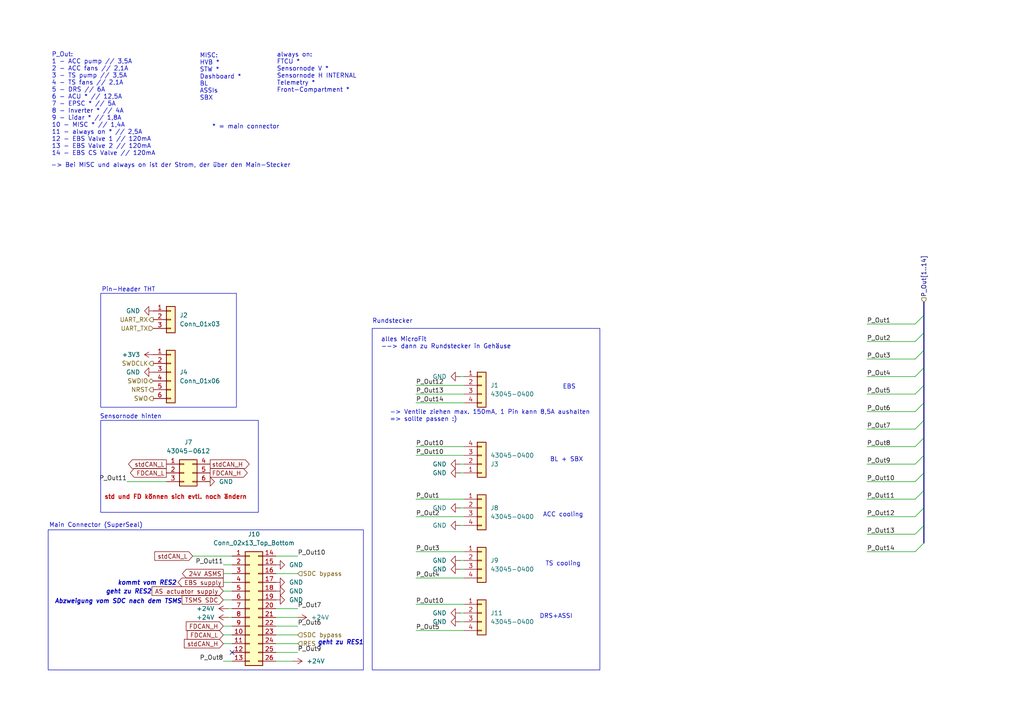
<source format=kicad_sch>
(kicad_sch (version 20231120) (generator "eeschema") (generator_version "8.0")
  (paper "A4")
  (title_block (title "PDU FT25") (date "2025-01-06") (rev "V1.1") (company "Janek Herm") (comment 1 "FaSTTUBe Electronics"))
  (lib_symbols
    (symbol "Connector_Generic:Conn_01x03" (pin_names (offset 1.016) hide)
      (property "Reference" "J" (at 0 5.08 0))
      (property "Value" "Conn_01x03" (at 0 -5.08 0))
      (symbol "Conn_01x03_1_1"
        (rectangle (start -1.27 -2.413) (end 0 -2.667) (stroke (width 0.1524)))
        (rectangle (start -1.27 0.127) (end 0 -0.127) (stroke (width 0.1524)))
        (rectangle (start -1.27 2.667) (end 0 2.413) (stroke (width 0.1524)))
        (rectangle (start -1.27 3.81) (end 1.27 -3.81) (stroke (width 0.254)) (fill (type background)))
        (pin passive line (at -5.08 2.54 0) (length 3.81) (name "Pin_1") (number "1"))
        (pin passive line (at -5.08 0 0) (length 3.81) (name "Pin_2") (number "2"))
        (pin passive line (at -5.08 -2.54 0) (length 3.81) (name "Pin_3") (number "3"))
      )
    )
    (symbol "Connector_Generic:Conn_01x04" (pin_names (offset 1.016) hide)
      (property "Reference" "J" (at 0 5.08 0))
      (property "Value" "Conn_01x04" (at 0 -7.62 0))
      (symbol "Conn_01x04_1_1"
        (rectangle (start -1.27 -4.953) (end 0 -5.207) (stroke (width 0.1524)))
        (rectangle (start -1.27 -2.413) (end 0 -2.667) (stroke (width 0.1524)))
        (rectangle (start -1.27 0.127) (end 0 -0.127) (stroke (width 0.1524)))
        (rectangle (start -1.27 2.667) (end 0 2.413) (stroke (width 0.1524)))
        (rectangle (start -1.27 3.81) (end 1.27 -6.35) (stroke (width 0.254)) (fill (type background)))
        (pin passive line (at -5.08 2.54 0) (length 3.81) (name "Pin_1") (number "1"))
        (pin passive line (at -5.08 0 0) (length 3.81) (name "Pin_2") (number "2"))
        (pin passive line (at -5.08 -2.54 0) (length 3.81) (name "Pin_3") (number "3"))
        (pin passive line (at -5.08 -5.08 0) (length 3.81) (name "Pin_4") (number "4"))
      )
    )
    (symbol "Connector_Generic:Conn_01x06" (pin_names (offset 1.016) hide)
      (property "Reference" "J" (at 0 7.62 0))
      (property "Value" "Conn_01x06" (at 0 -10.16 0))
      (symbol "Conn_01x06_1_1"
        (rectangle (start -1.27 -7.493) (end 0 -7.747) (stroke (width 0.1524)))
        (rectangle (start -1.27 -4.953) (end 0 -5.207) (stroke (width 0.1524)))
        (rectangle (start -1.27 -2.413) (end 0 -2.667) (stroke (width 0.1524)))
        (rectangle (start -1.27 0.127) (end 0 -0.127) (stroke (width 0.1524)))
        (rectangle (start -1.27 2.667) (end 0 2.413) (stroke (width 0.1524)))
        (rectangle (start -1.27 5.207) (end 0 4.953) (stroke (width 0.1524)))
        (rectangle (start -1.27 6.35) (end 1.27 -8.89) (stroke (width 0.254)) (fill (type background)))
        (pin passive line (at -5.08 5.08 0) (length 3.81) (name "Pin_1") (number "1"))
        (pin passive line (at -5.08 2.54 0) (length 3.81) (name "Pin_2") (number "2"))
        (pin passive line (at -5.08 0 0) (length 3.81) (name "Pin_3") (number "3"))
        (pin passive line (at -5.08 -2.54 0) (length 3.81) (name "Pin_4") (number "4"))
        (pin passive line (at -5.08 -5.08 0) (length 3.81) (name "Pin_5") (number "5"))
        (pin passive line (at -5.08 -7.62 0) (length 3.81) (name "Pin_6") (number "6"))
      )
    )
    (symbol "Connector_Generic:Conn_02x03_Top_Bottom" (pin_names (offset 1.016) hide)
      (property "Reference" "J" (at 1.27 5.08 0))
      (property "Value" "Conn_02x03_Top_Bottom" (at 1.27 -5.08 0))
      (symbol "Conn_02x03_Top_Bottom_1_1"
        (rectangle (start -1.27 -2.413) (end 0 -2.667) (stroke (width 0.1524)))
        (rectangle (start -1.27 0.127) (end 0 -0.127) (stroke (width 0.1524)))
        (rectangle (start -1.27 2.667) (end 0 2.413) (stroke (width 0.1524)))
        (rectangle (start -1.27 3.81) (end 3.81 -3.81) (stroke (width 0.254)) (fill (type background)))
        (rectangle (start 3.81 -2.413) (end 2.54 -2.667) (stroke (width 0.1524)))
        (rectangle (start 3.81 0.127) (end 2.54 -0.127) (stroke (width 0.1524)))
        (rectangle (start 3.81 2.667) (end 2.54 2.413) (stroke (width 0.1524)))
        (pin passive line (at -5.08 2.54 0) (length 3.81) (name "Pin_1") (number "1"))
        (pin passive line (at -5.08 0 0) (length 3.81) (name "Pin_2") (number "2"))
        (pin passive line (at -5.08 -2.54 0) (length 3.81) (name "Pin_3") (number "3"))
        (pin passive line (at 7.62 2.54 180) (length 3.81) (name "Pin_4") (number "4"))
        (pin passive line (at 7.62 0 180) (length 3.81) (name "Pin_5") (number "5"))
        (pin passive line (at 7.62 -2.54 180) (length 3.81) (name "Pin_6") (number "6"))
      )
    )
    (symbol "Connector_Generic:Conn_02x13_Top_Bottom" (pin_names (offset 1.016) hide)
      (property "Reference" "J" (at 1.27 17.78 0))
      (property "Value" "Conn_02x13_Top_Bottom" (at 1.27 -17.78 0))
      (symbol "Conn_02x13_Top_Bottom_1_1"
        (rectangle (start -1.27 -15.113) (end 0 -15.367) (stroke (width 0.1524)))
        (rectangle (start -1.27 -12.573) (end 0 -12.827) (stroke (width 0.1524)))
        (rectangle (start -1.27 -10.033) (end 0 -10.287) (stroke (width 0.1524)))
        (rectangle (start -1.27 -7.493) (end 0 -7.747) (stroke (width 0.1524)))
        (rectangle (start -1.27 -4.953) (end 0 -5.207) (stroke (width 0.1524)))
        (rectangle (start -1.27 -2.413) (end 0 -2.667) (stroke (width 0.1524)))
        (rectangle (start -1.27 0.127) (end 0 -0.127) (stroke (width 0.1524)))
        (rectangle (start -1.27 2.667) (end 0 2.413) (stroke (width 0.1524)))
        (rectangle (start -1.27 5.207) (end 0 4.953) (stroke (width 0.1524)))
        (rectangle (start -1.27 7.747) (end 0 7.493) (stroke (width 0.1524)))
        (rectangle (start -1.27 10.287) (end 0 10.033) (stroke (width 0.1524)))
        (rectangle (start -1.27 12.827) (end 0 12.573) (stroke (width 0.1524)))
        (rectangle (start -1.27 15.367) (end 0 15.113) (stroke (width 0.1524)))
        (rectangle (start -1.27 16.51) (end 3.81 -16.51) (stroke (width 0.254)) (fill (type background)))
        (rectangle (start 3.81 -15.113) (end 2.54 -15.367) (stroke (width 0.1524)))
        (rectangle (start 3.81 -12.573) (end 2.54 -12.827) (stroke (width 0.1524)))
        (rectangle (start 3.81 -10.033) (end 2.54 -10.287) (stroke (width 0.1524)))
        (rectangle (start 3.81 -7.493) (end 2.54 -7.747) (stroke (width 0.1524)))
        (rectangle (start 3.81 -4.953) (end 2.54 -5.207) (stroke (width 0.1524)))
        (rectangle (start 3.81 -2.413) (end 2.54 -2.667) (stroke (width 0.1524)))
        (rectangle (start 3.81 0.127) (end 2.54 -0.127) (stroke (width 0.1524)))
        (rectangle (start 3.81 2.667) (end 2.54 2.413) (stroke (width 0.1524)))
        (rectangle (start 3.81 5.207) (end 2.54 4.953) (stroke (width 0.1524)))
        (rectangle (start 3.81 7.747) (end 2.54 7.493) (stroke (width 0.1524)))
        (rectangle (start 3.81 10.287) (end 2.54 10.033) (stroke (width 0.1524)))
        (rectangle (start 3.81 12.827) (end 2.54 12.573) (stroke (width 0.1524)))
        (rectangle (start 3.81 15.367) (end 2.54 15.113) (stroke (width 0.1524)))
        (pin passive line (at -5.08 15.24 0) (length 3.81) (name "Pin_1") (number "1"))
        (pin passive line (at -5.08 -7.62 0) (length 3.81) (name "Pin_10") (number "10"))
        (pin passive line (at -5.08 -10.16 0) (length 3.81) (name "Pin_11") (number "11"))
        (pin passive line (at -5.08 -12.7 0) (length 3.81) (name "Pin_12") (number "12"))
        (pin passive line (at -5.08 -15.24 0) (length 3.81) (name "Pin_13") (number "13"))
        (pin passive line (at 7.62 15.24 180) (length 3.81) (name "Pin_14") (number "14"))
        (pin passive line (at 7.62 12.7 180) (length 3.81) (name "Pin_15") (number "15"))
        (pin passive line (at 7.62 10.16 180) (length 3.81) (name "Pin_16") (number "16"))
        (pin passive line (at 7.62 7.62 180) (length 3.81) (name "Pin_17") (number "17"))
        (pin passive line (at 7.62 5.08 180) (length 3.81) (name "Pin_18") (number "18"))
        (pin passive line (at 7.62 2.54 180) (length 3.81) (name "Pin_19") (number "19"))
        (pin passive line (at -5.08 12.7 0) (length 3.81) (name "Pin_2") (number "2"))
        (pin passive line (at 7.62 0 180) (length 3.81) (name "Pin_20") (number "20"))
        (pin passive line (at 7.62 -2.54 180) (length 3.81) (name "Pin_21") (number "21"))
        (pin passive line (at 7.62 -5.08 180) (length 3.81) (name "Pin_22") (number "22"))
        (pin passive line (at 7.62 -7.62 180) (length 3.81) (name "Pin_23") (number "23"))
        (pin passive line (at 7.62 -10.16 180) (length 3.81) (name "Pin_24") (number "24"))
        (pin passive line (at 7.62 -12.7 180) (length 3.81) (name "Pin_25") (number "25"))
        (pin passive line (at 7.62 -15.24 180) (length 3.81) (name "Pin_26") (number "26"))
        (pin passive line (at -5.08 10.16 0) (length 3.81) (name "Pin_3") (number "3"))
        (pin passive line (at -5.08 7.62 0) (length 3.81) (name "Pin_4") (number "4"))
        (pin passive line (at -5.08 5.08 0) (length 3.81) (name "Pin_5") (number "5"))
        (pin passive line (at -5.08 2.54 0) (length 3.81) (name "Pin_6") (number "6"))
        (pin passive line (at -5.08 0 0) (length 3.81) (name "Pin_7") (number "7"))
        (pin passive line (at -5.08 -2.54 0) (length 3.81) (name "Pin_8") (number "8"))
        (pin passive line (at -5.08 -5.08 0) (length 3.81) (name "Pin_9") (number "9"))
      )
    )
    (symbol "power:+24V" (power) (pin_numbers hide) (pin_names (offset 0) hide)
      (property "Value" "+24V" (at 0 3.556 0))
      (symbol "+24V_0_1"
        (polyline (pts (xy -0.762 1.27) (xy 0 2.54)))
        (polyline (pts (xy 0 0) (xy 0 2.54)))
        (polyline (pts (xy 0 2.54) (xy 0.762 1.27)))
      )
      (symbol "+24V_1_1"
        (pin power_in line (at 0 0 90) (length 0) (name "~") (number "1"))
      )
    )
    (symbol "power:+3.3V" (power) (pin_numbers hide) (pin_names (offset 0) hide)
      (property "Value" "+3.3V" (at 0 3.556 0))
      (symbol "+3.3V_0_1"
        (polyline (pts (xy -0.762 1.27) (xy 0 2.54)))
        (polyline (pts (xy 0 0) (xy 0 2.54)))
        (polyline (pts (xy 0 2.54) (xy 0.762 1.27)))
      )
      (symbol "+3.3V_1_1"
        (pin power_in line (at 0 0 90) (length 0) (name "~") (number "1"))
      )
    )
    (symbol "power:GND" (power) (pin_numbers hide) (pin_names (offset 0) hide)
      (property "Value" "GND" (at 0 -3.81 0))
      (symbol "GND_0_1"
        (polyline (pts (xy 0 0) (xy 0 -1.27) (xy 1.27 -1.27) (xy 0 -2.54) (xy -1.27 -1.27) (xy 0 -1.27)))
      )
      (symbol "GND_1_1"
        (pin power_in line (at 0 0 270) (length 0) (name "~") (number "1"))
      )
    )
  )
  (no_connect (at 67.31 189.23))
  (bus_entry (at 265.43 109.22) (size 2.54 -2.54))
  (bus_entry (at 265.43 99.06) (size 2.54 -2.54))
  (bus_entry (at 265.43 160.02) (size 2.54 -2.54))
  (bus_entry (at 265.43 129.54) (size 2.54 -2.54))
  (bus_entry (at 265.43 134.62) (size 2.54 -2.54))
  (bus_entry (at 265.43 119.38) (size 2.54 -2.54))
  (bus_entry (at 265.43 93.98) (size 2.54 -2.54))
  (bus_entry (at 265.43 114.3) (size 2.54 -2.54))
  (bus_entry (at 265.43 139.7) (size 2.54 -2.54))
  (bus_entry (at 265.43 149.86) (size 2.54 -2.54))
  (bus_entry (at 265.43 104.14) (size 2.54 -2.54))
  (bus_entry (at 265.43 144.78) (size 2.54 -2.54))
  (bus_entry (at 265.43 154.94) (size 2.54 -2.54))
  (bus_entry (at 265.43 124.46) (size 2.54 -2.54))
  (wire (pts (xy 251.46 149.86) (xy 265.43 149.86)))
  (wire (pts (xy 80.01 161.29) (xy 86.36 161.29)))
  (wire (pts (xy 120.65 149.86) (xy 134.62 149.86)))
  (bus (pts (xy 267.97 142.24) (xy 267.97 147.32)))
  (bus (pts (xy 267.97 121.92) (xy 267.97 127)))
  (wire (pts (xy 120.65 114.3) (xy 134.62 114.3)))
  (wire (pts (xy 251.46 154.94) (xy 265.43 154.94)))
  (wire (pts (xy 85.09 191.77) (xy 80.01 191.77)))
  (wire (pts (xy 64.77 173.99) (xy 67.31 173.99)))
  (wire (pts (xy 120.65 116.84) (xy 134.62 116.84)))
  (bus (pts (xy 267.97 127) (xy 267.97 132.08)))
  (wire (pts (xy 120.65 167.64) (xy 134.62 167.64)))
  (wire (pts (xy 251.46 134.62) (xy 265.43 134.62)))
  (wire (pts (xy 55.88 161.29) (xy 67.31 161.29)))
  (wire (pts (xy 67.31 171.45) (xy 64.77 171.45)))
  (wire (pts (xy 251.46 160.02) (xy 265.43 160.02)))
  (bus (pts (xy 267.97 147.32) (xy 267.97 152.4)))
  (wire (pts (xy 67.31 163.83) (xy 64.77 163.83)))
  (wire (pts (xy 251.46 129.54) (xy 265.43 129.54)))
  (bus (pts (xy 267.97 116.84) (xy 267.97 121.92)))
  (wire (pts (xy 251.46 139.7) (xy 265.43 139.7)))
  (wire (pts (xy 251.46 119.38) (xy 265.43 119.38)))
  (wire (pts (xy 251.46 114.3) (xy 265.43 114.3)))
  (wire (pts (xy 133.35 165.1) (xy 134.62 165.1)))
  (wire (pts (xy 86.36 179.07) (xy 80.01 179.07)))
  (bus (pts (xy 267.97 101.6) (xy 267.97 106.68)))
  (wire (pts (xy 251.46 99.06) (xy 265.43 99.06)))
  (wire (pts (xy 251.46 124.46) (xy 265.43 124.46)))
  (bus (pts (xy 267.97 137.16) (xy 267.97 142.24)))
  (bus (pts (xy 267.97 111.76) (xy 267.97 116.84)))
  (wire (pts (xy 133.35 134.62) (xy 134.62 134.62)))
  (wire (pts (xy 80.01 184.15) (xy 86.36 184.15)))
  (wire (pts (xy 133.35 162.56) (xy 134.62 162.56)))
  (wire (pts (xy 120.65 144.78) (xy 134.62 144.78)))
  (wire (pts (xy 251.46 109.22) (xy 265.43 109.22)))
  (wire (pts (xy 120.65 175.26) (xy 134.62 175.26)))
  (wire (pts (xy 66.04 176.53) (xy 67.31 176.53)))
  (wire (pts (xy 67.31 191.77) (xy 64.77 191.77)))
  (wire (pts (xy 64.77 168.91) (xy 67.31 168.91)))
  (bus (pts (xy 267.97 87.63) (xy 267.97 91.44)))
  (bus (pts (xy 267.97 152.4) (xy 267.97 157.48)))
  (bus (pts (xy 267.97 91.44) (xy 267.97 96.52)))
  (wire (pts (xy 251.46 104.14) (xy 265.43 104.14)))
  (wire (pts (xy 133.35 177.8) (xy 134.62 177.8)))
  (wire (pts (xy 134.62 132.08) (xy 120.65 132.08)))
  (wire (pts (xy 80.01 176.53) (xy 86.36 176.53)))
  (bus (pts (xy 267.97 96.52) (xy 267.97 101.6)))
  (wire (pts (xy 133.35 180.34) (xy 134.62 180.34)))
  (wire (pts (xy 36.83 139.7) (xy 48.26 139.7)))
  (wire (pts (xy 133.35 152.4) (xy 134.62 152.4)))
  (wire (pts (xy 64.77 166.37) (xy 67.31 166.37)))
  (wire (pts (xy 64.77 186.69) (xy 67.31 186.69)))
  (wire (pts (xy 80.01 181.61) (xy 86.36 181.61)))
  (bus (pts (xy 267.97 106.68) (xy 267.97 111.76)))
  (wire (pts (xy 251.46 144.78) (xy 265.43 144.78)))
  (wire (pts (xy 66.04 179.07) (xy 67.31 179.07)))
  (wire (pts (xy 80.01 189.23) (xy 86.36 189.23)))
  (wire (pts (xy 64.77 184.15) (xy 67.31 184.15)))
  (wire (pts (xy 80.01 166.37) (xy 86.36 166.37)))
  (wire (pts (xy 120.65 129.54) (xy 134.62 129.54)))
  (bus (pts (xy 267.97 132.08) (xy 267.97 137.16)))
  (wire (pts (xy 120.65 182.88) (xy 134.62 182.88)))
  (wire (pts (xy 133.35 109.22) (xy 134.62 109.22)))
  (wire (pts (xy 133.35 137.16) (xy 134.62 137.16)))
  (wire (pts (xy 251.46 93.98) (xy 265.43 93.98)))
  (wire (pts (xy 80.01 186.69) (xy 86.36 186.69)))
  (wire (pts (xy 120.65 111.76) (xy 134.62 111.76)))
  (wire (pts (xy 120.65 160.02) (xy 134.62 160.02)))
  (wire (pts (xy 133.35 147.32) (xy 134.62 147.32)))
  (wire (pts (xy 64.77 181.61) (xy 67.31 181.61)))
  (wire (pts (xy 59.69 139.7) (xy 60.96 139.7)))
  (rectangle (start 29.21 85.09) (end 68.58 118.11))
  (rectangle (start 107.95 95.25) (end 173.99 194.31))
  (rectangle (start 13.97 153.67) (end 105.41 194.31))
  (rectangle (start 29.21 121.92) (end 74.93 148.59))
  (text "* = main connector" (at 61.468 36.83 0) (effects (font (size 1.27 1.27)) (justify left)))
  (text "DRS+ASSI" (at 161.29 178.816 0) (effects (font (size 1.27 1.27))))
  (text "Pin-Header THT" (at 29.464 84.074 0) (effects (font (size 1.27 1.27)) (justify left)))
  (text "kommt vom RES2" (at 42.672 169.164 0) (effects (font (size 1.27 1.27) (thickness 0.254) (bold yes) (italic yes))))
  (text "Abzweigung vom SDC nach dem TSMS" (at 34.29 174.498 0) (effects (font (size 1.27 1.27) (thickness 0.254) (bold yes) (italic yes))))
  (text "alles MicroFit\n--> dann zu Rundstecker in Gehäuse" (at 110.49 99.568 0) (effects (font (size 1.27 1.27) (thickness 0.1588)) (justify left)))
  (text "Sensornode hinten" (at 28.956 120.904 0) (effects (font (size 1.27 1.27)) (justify left)))
  (text "Rundstecker" (at 107.95 93.218 0) (effects (font (size 1.27 1.27)) (justify left)))
  (text "Main Connector (SuperSeal)" (at 14.224 152.4 0) (effects (font (size 1.27 1.27)) (justify left)))
  (text "-> Ventile ziehen max. 150mA, 1 Pin kann 8,5A aushalten \n=> sollte passen :)" (at 113.03 120.65 0) (effects (font (size 1.27 1.27)) (justify left)))
  (text "EBS" (at 165.1 112.268 0) (effects (font (size 1.27 1.27))))
  (text "MISC:\nHVB *\nSTW *\nDashboard *\nBL\nASSIs\nSBX" (at 57.912 22.352 0) (effects (font (size 1.27 1.27)) (justify left)))
  (text "-> Bei MISC und always on ist der Strom, der über den Main-Stecker" (at 49.53 48.006 0) (effects (font (size 1.27 1.27))))
  (text "TS cooling" (at 163.322 163.576 0) (effects (font (size 1.27 1.27))))
  (text "std und FD können sich evtl. noch ändern" (at 30.226 144.272 0) (effects (font (size 1.27 1.27) (thickness 0.254) (bold yes)) (justify left)))
  (text "geht zu RES2" (at 37.338 171.704 0) (effects (font (size 1.27 1.27) (thickness 0.254) (bold yes) (italic yes))))
  (text "P_Out:\n1 - ACC pump // 3,5A\n2 - ACC fans // 2,1A\n3 - TS pump // 3,5A\n4 - TS fans // 2,1A\n5 - DRS // 6A\n6 - ACU * // 12,5A\n7 - EPSC * // 5A\n8 - Inverter * // 4A\n9 - Lidar * // 1,8A\n10 - MISC * // 1,4A\n11 - always on * // 2,5A\n12 - EBS Valve 1 // 120mA\n13 - EBS Valve 2 // 120mA\n14 - EBS CS Valve // 120mA" (at 14.986 30.226 0) (effects (font (size 1.27 1.27)) (justify left)))
  (text "BL + SBX" (at 164.338 133.35 0) (effects (font (size 1.27 1.27))))
  (text "geht zu RES1" (at 98.806 186.436 0) (effects (font (size 1.27 1.27) (thickness 0.254) (bold yes) (italic yes))))
  (text "ACC cooling" (at 163.322 149.352 0) (effects (font (size 1.27 1.27))))
  (text "always on:\nFTCU *\nSensornode V *\nSensornode H INTERNAL\nTelemetry * \nFront-Compartment *" (at 80.264 21.082 0) (effects (font (size 1.27 1.27)) (justify left)))
  (label "P_Out10" (at 251.46 139.7 0))
  (label "P_Out7" (at 86.36 176.53 0))
  (label "P_Out3" (at 251.46 104.14 0))
  (label "P_Out1" (at 251.46 93.98 0))
  (label "P_Out8" (at 251.46 129.54 0))
  (label "P_Out13" (at 251.46 154.94 0))
  (label "P_Out5" (at 120.65 182.88 0))
  (label "P_Out1" (at 120.65 144.78 0))
  (label "P_Out10" (at 86.36 161.29 0))
  (label "P_Out9" (at 251.46 134.62 0))
  (label "P_Out10" (at 120.65 129.54 0))
  (label "P_Out11" (at 251.46 144.78 0))
  (label "P_Out5" (at 251.46 114.3 0))
  (label "P_Out9" (at 86.36 189.23 0))
  (label "P_Out12" (at 251.46 149.86 0))
  (label "P_Out2" (at 251.46 99.06 0))
  (label "P_Out12" (at 120.65 111.76 0))
  (label "P_Out11" (at 36.83 139.7 180))
  (label "P_Out8" (at 64.77 191.77 180))
  (label "P_Out11" (at 64.77 163.83 180))
  (label "P_Out14" (at 120.65 116.84 0))
  (label "P_Out4" (at 120.65 167.64 0))
  (label "P_Out6" (at 86.36 181.61 0))
  (label "P_Out7" (at 251.46 124.46 0))
  (label "P_Out2" (at 120.65 149.86 0))
  (label "P_Out10" (at 120.65 132.08 0))
  (label "P_Out10" (at 120.65 175.26 0))
  (label "P_Out3" (at 120.65 160.02 0))
  (label "P_Out13" (at 120.65 114.3 0))
  (label "P_Out14" (at 251.46 160.02 0))
  (label "P_Out4" (at 251.46 109.22 0))
  (label "P_Out6" (at 251.46 119.38 0))
  (global_label "TSMS SDC" (shape input) (at 64.77 173.99 180) (property "Intersheetrefs" "${INTERSHEET_REFS}" (effects (hide yes))))
  (global_label "stdCAN_H" (shape output) (at 60.96 134.62 0) (property "Intersheetrefs" "${INTERSHEET_REFS}" (effects (hide yes))))
  (global_label "FDCAN_H" (shape output) (at 60.96 137.16 0) (property "Intersheetrefs" "${INTERSHEET_REFS}" (effects (hide yes))))
  (global_label "stdCAN_L" (shape input) (at 55.88 161.29 180) (property "Intersheetrefs" "${INTERSHEET_REFS}" (effects (hide yes))))
  (global_label "FDCAN_L" (shape output) (at 48.26 137.16 180) (property "Intersheetrefs" "${INTERSHEET_REFS}" (effects (hide yes))))
  (global_label "FDCAN_L" (shape input) (at 64.77 184.15 180) (property "Intersheetrefs" "${INTERSHEET_REFS}" (effects (hide yes))))
  (global_label "stdCAN_H" (shape input) (at 64.77 186.69 180) (property "Intersheetrefs" "${INTERSHEET_REFS}" (effects (hide yes))))
  (global_label "EBS supply" (shape output) (at 64.77 168.91 180) (property "Intersheetrefs" "${INTERSHEET_REFS}" (effects (hide yes))))
  (global_label "24V ASMS" (shape output) (at 64.77 166.37 180) (property "Intersheetrefs" "${INTERSHEET_REFS}" (effects (hide yes))))
  (global_label "stdCAN_L" (shape output) (at 48.26 134.62 180) (property "Intersheetrefs" "${INTERSHEET_REFS}" (effects (hide yes))))
  (global_label "FDCAN_H" (shape input) (at 64.77 181.61 180) (property "Intersheetrefs" "${INTERSHEET_REFS}" (effects (hide yes))))
  (global_label "AS actuator supply" (shape input) (at 64.77 171.45 180) (property "Intersheetrefs" "${INTERSHEET_REFS}" (effects (hide yes))))
  (hierarchical_label "P_Out[1..14]" (shape input) (at 267.97 87.63 90) (effects (font (thickness 0.1588))))
  (hierarchical_label "SWDIO" (shape bidirectional) (at 44.45 110.49 180) (effects (font (thickness 0.1588))))
  (hierarchical_label "SWO" (shape output) (at 44.45 115.57 180))
  (hierarchical_label "RES" (shape input) (at 86.36 186.69 0))
  (hierarchical_label "UART_TX" (shape input) (at 44.45 95.25 180))
  (hierarchical_label "SDC bypass" (shape input) (at 86.36 166.37 0))
  (hierarchical_label "NRST" (shape output) (at 44.45 113.03 180) (effects (font (thickness 0.1588))))
  (hierarchical_label "SWDCLK" (shape output) (at 44.45 105.41 180))
  (hierarchical_label "UART_RX" (shape output) (at 44.45 92.71 180))
  (hierarchical_label "SDC bypass" (shape input) (at 86.36 184.15 0))
  (symbol (lib_id "Connector_Generic:Conn_01x04") (at 139.7 111.76 0) (unit 1)
    (property "Reference" "J1" (at 142.24 111.7599 0) (effects (justify left)))
    (property "Value" "43045-0400" (at 142.24 114.2999 0) (effects (justify left)))
    (property "Footprint" "43045-0400:43045-04_00,01,02,10_" (effects (hide yes)))
    (property "Description" "Generic connector, single row, 01x04, script generated (kicad-library-utils/schlib/autogen/connector/)" (effects (hide yes)))
  )
  (symbol (lib_id "power:GND") (at 133.35 177.8 270) (mirror x) (unit 1)
    (property "Reference" "#PWR0215" (effects (hide yes)))
    (property "Value" "GND" (at 129.54 177.7999 90) (effects (justify right)))
    (property "Description" "Power symbol creates a global label with name \"GND\" , ground" (effects (hide yes)))
  )
  (symbol (lib_id "power:+3.3V") (at 44.45 102.87 90) (unit 1)
    (property "Reference" "#PWR035" (effects (hide yes)))
    (property "Value" "+3V3" (at 40.64 102.8699 90) (effects (justify left)))
    (property "Description" "Power symbol creates a global label with name \"+3.3V\"" (effects (hide yes)))
  )
  (symbol (lib_id "power:GND") (at 133.35 180.34 270) (unit 1)
    (property "Reference" "#PWR0214" (effects (hide yes)))
    (property "Value" "GND" (at 129.54 180.3401 90) (effects (justify right)))
    (property "Description" "Power symbol creates a global label with name \"GND\" , ground" (effects (hide yes)))
  )
  (symbol (lib_id "power:GND") (at 133.35 134.62 270) (mirror x) (unit 1)
    (property "Reference" "#PWR0221" (effects (hide yes)))
    (property "Value" "GND" (at 129.54 134.6199 90) (effects (justify right)))
    (property "Description" "Power symbol creates a global label with name \"GND\" , ground" (effects (hide yes)))
  )
  (symbol (lib_id "power:+24V") (at 66.04 176.53 90) (mirror x) (unit 1)
    (property "Reference" "#PWR0196" (effects (hide yes)))
    (property "Value" "+24V" (at 62.23 176.5301 90) (effects (justify left)))
    (property "Description" "Power symbol creates a global label with name \"+24V\"" (effects (hide yes)))
  )
  (symbol (lib_id "Connector_Generic:Conn_01x04") (at 139.7 147.32 0) (unit 1)
    (property "Reference" "J8" (at 142.24 147.3199 0) (effects (justify left)))
    (property "Value" "43045-0400" (at 142.24 149.8599 0) (effects (justify left)))
    (property "Footprint" "43045-0400:43045-04_00,01,02,10_" (effects (hide yes)))
    (property "Description" "Generic connector, single row, 01x04, script generated (kicad-library-utils/schlib/autogen/connector/)" (effects (hide yes)))
  )
  (symbol (lib_id "power:GND") (at 80.01 173.99 90) (unit 1)
    (property "Reference" "#PWR045" (effects (hide yes)))
    (property "Value" "GND" (at 83.82 173.9899 90) (effects (justify right)))
    (property "Description" "Power symbol creates a global label with name \"GND\" , ground" (effects (hide yes)))
  )
  (symbol (lib_id "power:GND") (at 44.45 90.17 270) (unit 1)
    (property "Reference" "#PWR034" (effects (hide yes)))
    (property "Value" "GND" (at 40.64 90.1699 90) (effects (justify right)))
    (property "Description" "Power symbol creates a global label with name \"GND\" , ground" (effects (hide yes)))
  )
  (symbol (lib_id "Connector_Generic:Conn_01x04") (at 139.7 134.62 0) (mirror x) (unit 1)
    (property "Reference" "J3" (at 142.24 134.6201 0) (effects (justify left)))
    (property "Value" "43045-0400" (at 142.24 132.0801 0) (effects (justify left)))
    (property "Footprint" "43045-0400:43045-04_00,01,02,10_" (effects (hide yes)))
    (property "Description" "Generic connector, single row, 01x04, script generated (kicad-library-utils/schlib/autogen/connector/)" (effects (hide yes)))
  )
  (symbol (lib_id "power:GND") (at 80.01 171.45 90) (unit 1)
    (property "Reference" "#PWR0213" (effects (hide yes)))
    (property "Value" "GND" (at 83.82 171.4499 90) (effects (justify right)))
    (property "Description" "Power symbol creates a global label with name \"GND\" , ground" (effects (hide yes)))
  )
  (symbol (lib_id "power:GND") (at 133.35 147.32 270) (mirror x) (unit 1)
    (property "Reference" "#PWR0219" (effects (hide yes)))
    (property "Value" "GND" (at 129.54 147.3199 90) (effects (justify right)))
    (property "Description" "Power symbol creates a global label with name \"GND\" , ground" (effects (hide yes)))
  )
  (symbol (lib_id "power:GND") (at 80.01 163.83 90) (mirror x) (unit 1)
    (property "Reference" "#PWR0195" (effects (hide yes)))
    (property "Value" "GND" (at 83.82 163.8301 90) (effects (justify right)))
    (property "Description" "Power symbol creates a global label with name \"GND\" , ground" (effects (hide yes)))
  )
  (symbol (lib_id "Connector_Generic:Conn_01x06") (at 49.53 107.95 0) (unit 1)
    (property "Reference" "J4" (at 52.07 107.9499 0) (effects (justify left)))
    (property "Value" "Conn_01x06" (at 52.07 110.4899 0) (effects (justify left)))
    (property "Footprint" "Connector_PinHeader_2.54mm:PinHeader_1x06_P2.54mm_Vertical" (effects (hide yes)))
    (property "Description" "Generic connector, single row, 01x06, script generated (kicad-library-utils/schlib/autogen/connector/)" (effects (hide yes)))
  )
  (symbol (lib_id "power:+24V") (at 85.09 191.77 270) (unit 1)
    (property "Reference" "#PWR044" (effects (hide yes)))
    (property "Value" "+24V" (at 88.9 191.7701 90) (effects (justify left)))
    (property "Description" "Power symbol creates a global label with name \"+24V\"" (effects (hide yes)))
  )
  (symbol (lib_id "Connector_Generic:Conn_01x04") (at 139.7 177.8 0) (unit 1)
    (property "Reference" "J11" (at 142.24 177.7999 0) (effects (justify left)))
    (property "Value" "43045-0400" (at 142.24 180.3399 0) (effects (justify left)))
    (property "Footprint" "43045-0400:43045-04_00,01,02,10_" (effects (hide yes)))
    (property "Description" "Generic connector, single row, 01x04, script generated (kicad-library-utils/schlib/autogen/connector/)" (effects (hide yes)))
  )
  (symbol (lib_id "power:+24V") (at 66.04 179.07 90) (mirror x) (unit 1)
    (property "Reference" "#PWR0156" (effects (hide yes)))
    (property "Value" "+24V" (at 62.23 179.0701 90) (effects (justify left)))
    (property "Description" "Power symbol creates a global label with name \"+24V\"" (effects (hide yes)))
  )
  (symbol (lib_id "Connector_Generic:Conn_02x13_Top_Bottom") (at 72.39 176.53 0) (unit 1)
    (property "Reference" "J10" (at 73.66 154.94 0))
    (property "Value" "Conn_02x13_Top_Bottom" (at 73.66 157.48 0))
    (property "Footprint" "6437288-4:64372884" (effects (hide yes)))
    (property "Description" "Generic connector, double row, 02x13, top/bottom pin numbering scheme (row 1: 1...pins_per_row, row2: pins_per_row+1 ... num_pins), script generated (kicad-library-utils/schlib/autogen/connector/)" (effects (hide yes)))
  )
  (symbol (lib_id "power:GND") (at 133.35 162.56 270) (mirror x) (unit 1)
    (property "Reference" "#PWR0217" (effects (hide yes)))
    (property "Value" "GND" (at 129.54 162.5599 90) (effects (justify right)))
    (property "Description" "Power symbol creates a global label with name \"GND\" , ground" (effects (hide yes)))
  )
  (symbol (lib_id "power:GND") (at 80.01 168.91 90) (unit 1)
    (property "Reference" "#PWR0205" (effects (hide yes)))
    (property "Value" "GND" (at 83.82 168.9099 90) (effects (justify right)))
    (property "Description" "Power symbol creates a global label with name \"GND\" , ground" (effects (hide yes)))
  )
  (symbol (lib_id "Connector_Generic:Conn_01x04") (at 139.7 162.56 0) (unit 1)
    (property "Reference" "J9" (at 142.24 162.5599 0) (effects (justify left)))
    (property "Value" "43045-0400" (at 142.24 165.0999 0) (effects (justify left)))
    (property "Footprint" "43045-0400:43045-04_00,01,02,10_" (effects (hide yes)))
    (property "Description" "Generic connector, single row, 01x04, script generated (kicad-library-utils/schlib/autogen/connector/)" (effects (hide yes)))
  )
  (symbol (lib_id "power:+24V") (at 86.36 179.07 270) (unit 1)
    (property "Reference" "#PWR0206" (effects (hide yes)))
    (property "Value" "+24V" (at 90.17 179.0701 90) (effects (justify left)))
    (property "Description" "Power symbol creates a global label with name \"+24V\"" (effects (hide yes)))
  )
  (symbol (lib_id "Connector_Generic:Conn_02x03_Top_Bottom") (at 53.34 137.16 0) (unit 1)
    (property "Reference" "J7" (at 54.61 128.27 0))
    (property "Value" "43045-0612" (at 54.61 130.81 0))
    (property "Footprint" "Connector_Molex:Molex_Micro-Fit_3.0_43045-0612_2x03_P3.00mm_Vertical" (effects (hide yes)))
    (property "Description" "Generic connector, double row, 02x03, top/bottom pin numbering scheme (row 1: 1...pins_per_row, row2: pins_per_row+1 ... num_pins), script generated (kicad-library-utils/schlib/autogen/connector/)" (effects (hide yes)))
  )
  (symbol (lib_id "power:GND") (at 133.35 137.16 270) (mirror x) (unit 1)
    (property "Reference" "#PWR0220" (effects (hide yes)))
    (property "Value" "GND" (at 129.54 137.1599 90) (effects (justify right)))
    (property "Description" "Power symbol creates a global label with name \"GND\" , ground" (effects (hide yes)))
  )
  (symbol (lib_id "power:GND") (at 59.69 139.7 90) (unit 1)
    (property "Reference" "#PWR040" (effects (hide yes)))
    (property "Value" "GND" (at 63.5 139.6999 90) (effects (justify right)))
    (property "Description" "Power symbol creates a global label with name \"GND\" , ground" (effects (hide yes)))
  )
  (symbol (lib_id "power:GND") (at 133.35 165.1 270) (mirror x) (unit 1)
    (property "Reference" "#PWR0216" (effects (hide yes)))
    (property "Value" "GND" (at 129.54 165.0999 90) (effects (justify right)))
    (property "Description" "Power symbol creates a global label with name \"GND\" , ground" (effects (hide yes)))
  )
  (symbol (lib_id "Connector_Generic:Conn_01x03") (at 49.53 92.71 0) (unit 1)
    (property "Reference" "J2" (at 52.07 91.4399 0) (effects (justify left)))
    (property "Value" "Conn_01x03" (at 52.07 93.9799 0) (effects (justify left)))
    (property "Footprint" "Connector_PinHeader_2.54mm:PinHeader_1x03_P2.54mm_Vertical" (effects (hide yes)))
    (property "Description" "Generic connector, single row, 01x03, script generated (kicad-library-utils/schlib/autogen/connector/)" (effects (hide yes)))
  )
  (symbol (lib_id "power:GND") (at 44.45 107.95 270) (unit 1)
    (property "Reference" "#PWR037" (effects (hide yes)))
    (property "Value" "GND" (at 40.64 107.9499 90) (effects (justify right)))
    (property "Description" "Power symbol creates a global label with name \"GND\" , ground" (effects (hide yes)))
  )
  (symbol (lib_id "power:GND") (at 133.35 109.22 270) (mirror x) (unit 1)
    (property "Reference" "#PWR0222" (effects (hide yes)))
    (property "Value" "GND" (at 129.54 109.2199 90) (effects (justify right)))
    (property "Description" "Power symbol creates a global label with name \"GND\" , ground" (effects (hide yes)))
  )
  (symbol (lib_id "power:GND") (at 133.35 152.4 270) (mirror x) (unit 1)
    (property "Reference" "#PWR0218" (effects (hide yes)))
    (property "Value" "GND" (at 129.54 152.3999 90) (effects (justify right)))
    (property "Description" "Power symbol creates a global label with name \"GND\" , ground" (effects (hide yes)))
  )
)
</source>
